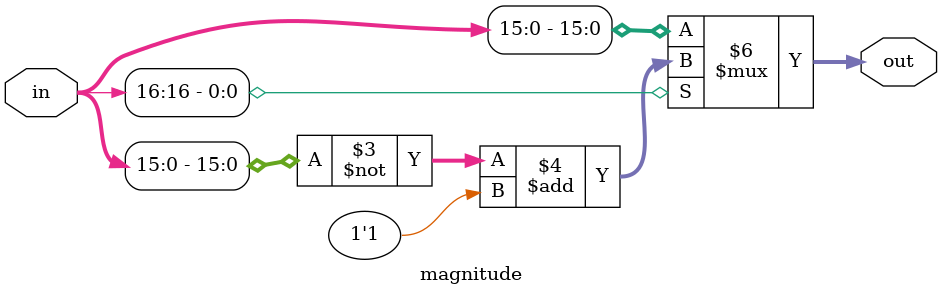
<source format=sv>

module magnitude
(
    input logic [16:0] in,
    output logic [15:0] out
);
    always_comb begin
        if (in[16] == 0)
            out = in[15:0];
        else
            out = ~in[15:0] + 1'b1;
    end
endmodule
</source>
